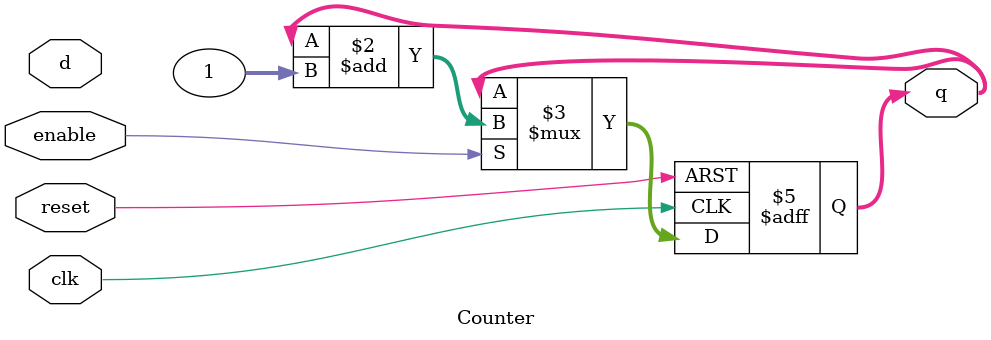
<source format=sv>
module Counter#(parameter width=32)(input logic 		clk,
					input  logic 		enable,
					input  logic 		reset,
					input  logic [(width-1):0] d,
					output logic [(width-1):0] q);

			always_ff@(posedge clk, posedge reset)
			begin
				if(reset) q <= 0;
				else if (enable) q <= q + 1;
			end
					
endmodule

</source>
